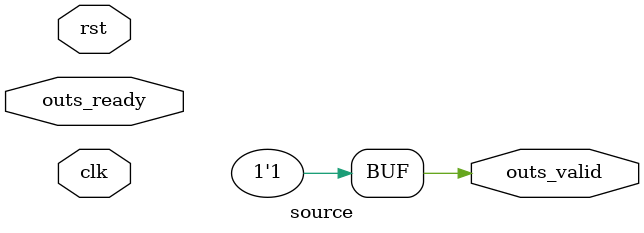
<source format=v>
`timescale 1ns/1ps
module source (
  input  clk,        
  input  rst,        
  input  outs_ready, 
  output outs_valid 
);
  assign outs_valid = 1;

endmodule

</source>
